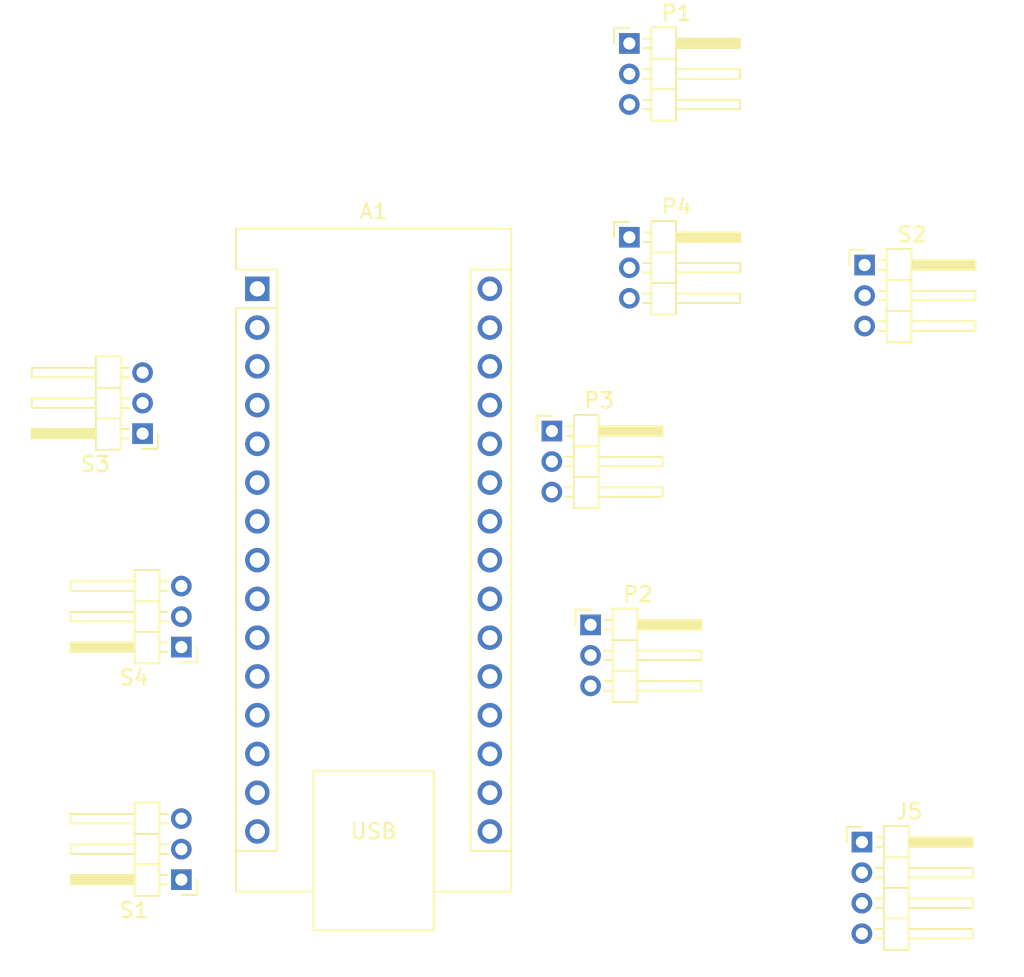
<source format=kicad_pcb>
(kicad_pcb (version 20221018) (generator pcbnew)
  (layers (0 "F.Cu" signal) (31 "B.Cu" signal) (34 "B.Paste" user) (35 "F.Paste" user) (36 "B.SilkS" user "B.Silkscreen") (37 "F.SilkS" user "F.Silkscreen") (38 "B.Mask" user) (39 "F.Mask" user) (44 "Edge.Cuts" user))
  (net 0 "")
  (net 19 "Net-(A1-A0)")
  (net 20 "Net-(A1-A1)")
  (net 21 "Net-(A1-A2)")
  (net 22 "Net-(A1-A3)")
  (net 23 "Net-(A1-A4)")
  (net 24 "Net-(A1-A5)")
  (net 25 "Net-(A1-A6)")
  (net 26 "Net-(A1-A7)")
  (net 31 "+5V")
  (net 32 "SCL")
  (net 33 "SDA")
  (net 34 "GND")
  (footprint "Connector_PinHeader_2.00mm:PinHeader_1x03_P2.00mm_Horizontal" (layer "F.Cu") (at 154.38 81.82)
    (fp_text reference "P3" (at 3.1 -2) (layer "F.SilkS"))
    (fp_text value "Conn_01x03_Pin")
    (fp_line (start -1 -1) (end 0 -1) (stroke (width 0.12)) (layer "F.SilkS"))
    (fp_line (start -1 0) (end -1 -1) (stroke (width 0.12)) (layer "F.SilkS"))
    (fp_line (start 0.882114 1.69) (end 1.44 1.69) (stroke (width 0.12)) (layer "F.SilkS"))
    (fp_line (start 0.882114 2.31) (end 1.44 2.31) (stroke (width 0.12)) (layer "F.SilkS"))
    (fp_line (start 0.882114 3.69) (end 1.44 3.69) (stroke (width 0.12)) (layer "F.SilkS"))
    (fp_line (start 0.882114 4.31) (end 1.44 4.31) (stroke (width 0.12)) (layer "F.SilkS"))
    (fp_line (start 0.935 -0.31) (end 1.44 -0.31) (stroke (width 0.12)) (layer "F.SilkS"))
    (fp_line (start 0.935 0.31) (end 1.44 0.31) (stroke (width 0.12)) (layer "F.SilkS"))
    (fp_line (start 1.44 -1.06) (end 1.44 5.06) (stroke (width 0.12)) (layer "F.SilkS"))
    (fp_line (start 1.44 1) (end 3.06 1) (stroke (width 0.12)) (layer "F.SilkS"))
    (fp_line (start 1.44 3) (end 3.06 3) (stroke (width 0.12)) (layer "F.SilkS"))
    (fp_line (start 1.44 5.06) (end 3.06 5.06) (stroke (width 0.12)) (layer "F.SilkS"))
    (fp_line (start 3.06 -1.06) (end 1.44 -1.06) (stroke (width 0.12)) (layer "F.SilkS"))
    (fp_line (start 3.06 -0.31) (end 7.26 -0.31) (stroke (width 0.12)) (layer "F.SilkS"))
    (fp_line (start 3.06 -0.25) (end 7.26 -0.25) (stroke (width 0.12)) (layer "F.SilkS"))
    (fp_line (start 3.06 -0.13) (end 7.26 -0.13) (stroke (width 0.12)) (layer "F.SilkS"))
    (fp_line (start 3.06 -0.01) (end 7.26 -0.01) (stroke (width 0.12)) (layer "F.SilkS"))
    (fp_line (start 3.06 0.11) (end 7.26 0.11) (stroke (width 0.12)) (layer "F.SilkS"))
    (fp_line (start 3.06 0.23) (end 7.26 0.23) (stroke (width 0.12)) (layer "F.SilkS"))
    (fp_line (start 3.06 1.69) (end 7.26 1.69) (stroke (width 0.12)) (layer "F.SilkS"))
    (fp_line (start 3.06 3.69) (end 7.26 3.69) (stroke (width 0.12)) (layer "F.SilkS"))
    (fp_line (start 3.06 5.06) (end 3.06 -1.06) (stroke (width 0.12)) (layer "F.SilkS"))
    (fp_line (start 7.26 -0.31) (end 7.26 0.31) (stroke (width 0.12)) (layer "F.SilkS"))
    (fp_line (start 7.26 0.31) (end 3.06 0.31) (stroke (width 0.12)) (layer "F.SilkS"))
    (fp_line (start 7.26 1.69) (end 7.26 2.31) (stroke (width 0.12)) (layer "F.SilkS"))
    (fp_line (start 7.26 2.31) (end 3.06 2.31) (stroke (width 0.12)) (layer "F.SilkS"))
    (fp_line (start 7.26 3.69) (end 7.26 4.31) (stroke (width 0.12)) (layer "F.SilkS"))
    (fp_line (start 7.26 4.31) (end 3.06 4.31) (stroke (width 0.12)) (layer "F.SilkS"))
    (pad "1" thru_hole rect (at 0 0) (size 1.35 1.35) (drill 0.8) (layers "*.Cu" "*.Mask") (net 31 "+5V"))
    (pad "2" thru_hole oval (at 0 2) (size 1.35 1.35) (drill 0.8) (layers "*.Cu" "*.Mask") (net 25 "Net-(A1-A6)"))
    (pad "3" thru_hole oval (at 0 4) (size 1.35 1.35) (drill 0.8) (layers "*.Cu" "*.Mask") (net 34 "GND"))
  )
  (footprint "Module:Arduino_Nano" (layer "F.Cu") (at 135.08 72.5)
    (fp_text reference "A1" (at 7.62 -5.08) (layer "F.SilkS"))
    (fp_text value "Arduino_Nano_v2.x")
    (fp_text user "USB" (at 7.62 35.56 unlocked) (layer "F.SilkS"))
    (fp_line (start -1.4 -3.94) (end -1.4 -1.27) (stroke (width 0.12)) (layer "F.SilkS"))
    (fp_line (start -1.4 1.27) (end -1.4 39.5) (stroke (width 0.12)) (layer "F.SilkS"))
    (fp_line (start -1.4 39.5) (end 3.68 39.5) (stroke (width 0.12)) (layer "F.SilkS"))
    (fp_line (start 1.27 -1.27) (end -1.4 -1.27) (stroke (width 0.12)) (layer "F.SilkS"))
    (fp_line (start 1.27 1.27) (end -1.4 1.27) (stroke (width 0.12)) (layer "F.SilkS"))
    (fp_line (start 1.27 1.27) (end 1.27 -1.27) (stroke (width 0.12)) (layer "F.SilkS"))
    (fp_line (start 1.27 1.27) (end 1.27 36.83) (stroke (width 0.12)) (layer "F.SilkS"))
    (fp_line (start 1.27 36.83) (end -1.4 36.83) (stroke (width 0.12)) (layer "F.SilkS"))
    (fp_line (start 3.68 31.62) (end 11.56 31.62) (stroke (width 0.12)) (layer "F.SilkS"))
    (fp_line (start 3.68 42.04) (end 3.68 31.62) (stroke (width 0.12)) (layer "F.SilkS"))
    (fp_line (start 11.56 31.62) (end 11.56 42.04) (stroke (width 0.12)) (layer "F.SilkS"))
    (fp_line (start 11.56 42.04) (end 3.68 42.04) (stroke (width 0.12)) (layer "F.SilkS"))
    (fp_line (start 13.97 -1.27) (end 13.97 36.83) (stroke (width 0.12)) (layer "F.SilkS"))
    (fp_line (start 13.97 -1.27) (end 16.64 -1.27) (stroke (width 0.12)) (layer "F.SilkS"))
    (fp_line (start 13.97 36.83) (end 16.64 36.83) (stroke (width 0.12)) (layer "F.SilkS"))
    (fp_line (start 16.64 -3.94) (end -1.4 -3.94) (stroke (width 0.12)) (layer "F.SilkS"))
    (fp_line (start 16.64 39.5) (end 11.56 39.5) (stroke (width 0.12)) (layer "F.SilkS"))
    (fp_line (start 16.64 39.5) (end 16.64 -3.94) (stroke (width 0.12)) (layer "F.SilkS"))
    (pad "1" thru_hole rect (at 0 0) (size 1.6 1.6) (drill 1) (layers "*.Cu" "*.Mask"))
    (pad "2" thru_hole oval (at 0 2.54) (size 1.6 1.6) (drill 1) (layers "*.Cu" "*.Mask"))
    (pad "3" thru_hole oval (at 0 5.08) (size 1.6 1.6) (drill 1) (layers "*.Cu" "*.Mask"))
    (pad "4" thru_hole oval (at 0 7.62) (size 1.6 1.6) (drill 1) (layers "*.Cu" "*.Mask"))
    (pad "5" thru_hole oval (at 0 10.16) (size 1.6 1.6) (drill 1) (layers "*.Cu" "*.Mask"))
    (pad "6" thru_hole oval (at 0 12.7) (size 1.6 1.6) (drill 1) (layers "*.Cu" "*.Mask"))
    (pad "7" thru_hole oval (at 0 15.24) (size 1.6 1.6) (drill 1) (layers "*.Cu" "*.Mask"))
    (pad "8" thru_hole oval (at 0 17.78) (size 1.6 1.6) (drill 1) (layers "*.Cu" "*.Mask"))
    (pad "9" thru_hole oval (at 0 20.32) (size 1.6 1.6) (drill 1) (layers "*.Cu" "*.Mask"))
    (pad "10" thru_hole oval (at 0 22.86) (size 1.6 1.6) (drill 1) (layers "*.Cu" "*.Mask"))
    (pad "11" thru_hole oval (at 0 25.4) (size 1.6 1.6) (drill 1) (layers "*.Cu" "*.Mask"))
    (pad "12" thru_hole oval (at 0 27.94) (size 1.6 1.6) (drill 1) (layers "*.Cu" "*.Mask"))
    (pad "13" thru_hole oval (at 0 30.48) (size 1.6 1.6) (drill 1) (layers "*.Cu" "*.Mask"))
    (pad "14" thru_hole oval (at 0 33.02) (size 1.6 1.6) (drill 1) (layers "*.Cu" "*.Mask"))
    (pad "15" thru_hole oval (at 0 35.56) (size 1.6 1.6) (drill 1) (layers "*.Cu" "*.Mask"))
    (pad "16" thru_hole oval (at 15.24 35.56) (size 1.6 1.6) (drill 1) (layers "*.Cu" "*.Mask"))
    (pad "17" thru_hole oval (at 15.24 33.02) (size 1.6 1.6) (drill 1) (layers "*.Cu" "*.Mask"))
    (pad "18" thru_hole oval (at 15.24 30.48) (size 1.6 1.6) (drill 1) (layers "*.Cu" "*.Mask"))
    (pad "19" thru_hole oval (at 15.24 27.94) (size 1.6 1.6) (drill 1) (layers "*.Cu" "*.Mask") (net 19 "Net-(A1-A0)"))
    (pad "20" thru_hole oval (at 15.24 25.4) (size 1.6 1.6) (drill 1) (layers "*.Cu" "*.Mask") (net 20 "Net-(A1-A1)"))
    (pad "21" thru_hole oval (at 15.24 22.86) (size 1.6 1.6) (drill 1) (layers "*.Cu" "*.Mask") (net 21 "Net-(A1-A2)"))
    (pad "22" thru_hole oval (at 15.24 20.32) (size 1.6 1.6) (drill 1) (layers "*.Cu" "*.Mask") (net 22 "Net-(A1-A3)"))
    (pad "23" thru_hole oval (at 15.24 17.78) (size 1.6 1.6) (drill 1) (layers "*.Cu" "*.Mask") (net 23 "Net-(A1-A4)"))
    (pad "24" thru_hole oval (at 15.24 15.24) (size 1.6 1.6) (drill 1) (layers "*.Cu" "*.Mask") (net 24 "Net-(A1-A5)"))
    (pad "25" thru_hole oval (at 15.24 12.7) (size 1.6 1.6) (drill 1) (layers "*.Cu" "*.Mask") (net 25 "Net-(A1-A6)"))
    (pad "26" thru_hole oval (at 15.24 10.16) (size 1.6 1.6) (drill 1) (layers "*.Cu" "*.Mask") (net 26 "Net-(A1-A7)"))
    (pad "27" thru_hole oval (at 15.24 7.62) (size 1.6 1.6) (drill 1) (layers "*.Cu" "*.Mask"))
    (pad "28" thru_hole oval (at 15.24 5.08) (size 1.6 1.6) (drill 1) (layers "*.Cu" "*.Mask"))
    (pad "29" thru_hole oval (at 15.24 2.54) (size 1.6 1.6) (drill 1) (layers "*.Cu" "*.Mask"))
    (pad "30" thru_hole oval (at 15.24 0) (size 1.6 1.6) (drill 1) (layers "*.Cu" "*.Mask"))
  )
  (footprint "Connector_PinHeader_2.00mm:PinHeader_1x03_P2.00mm_Horizontal" (layer "F.Cu") (at 127.56 81.99 180)
    (fp_text reference "S3" (at 3.1 -2) (layer "F.SilkS"))
    (fp_text value "Conn_01x03_Pin")
    (fp_line (start -1 -1) (end 0 -1) (stroke (width 0.12)) (layer "F.SilkS"))
    (fp_line (start -1 0) (end -1 -1) (stroke (width 0.12)) (layer "F.SilkS"))
    (fp_line (start 0.882114 1.69) (end 1.44 1.69) (stroke (width 0.12)) (layer "F.SilkS"))
    (fp_line (start 0.882114 2.31) (end 1.44 2.31) (stroke (width 0.12)) (layer "F.SilkS"))
    (fp_line (start 0.882114 3.69) (end 1.44 3.69) (stroke (width 0.12)) (layer "F.SilkS"))
    (fp_line (start 0.882114 4.31) (end 1.44 4.31) (stroke (width 0.12)) (layer "F.SilkS"))
    (fp_line (start 0.935 -0.31) (end 1.44 -0.31) (stroke (width 0.12)) (layer "F.SilkS"))
    (fp_line (start 0.935 0.31) (end 1.44 0.31) (stroke (width 0.12)) (layer "F.SilkS"))
    (fp_line (start 1.44 -1.06) (end 1.44 5.06) (stroke (width 0.12)) (layer "F.SilkS"))
    (fp_line (start 1.44 1) (end 3.06 1) (stroke (width 0.12)) (layer "F.SilkS"))
    (fp_line (start 1.44 3) (end 3.06 3) (stroke (width 0.12)) (layer "F.SilkS"))
    (fp_line (start 1.44 5.06) (end 3.06 5.06) (stroke (width 0.12)) (layer "F.SilkS"))
    (fp_line (start 3.06 -1.06) (end 1.44 -1.06) (stroke (width 0.12)) (layer "F.SilkS"))
    (fp_line (start 3.06 -0.31) (end 7.26 -0.31) (stroke (width 0.12)) (layer "F.SilkS"))
    (fp_line (start 3.06 -0.25) (end 7.26 -0.25) (stroke (width 0.12)) (layer "F.SilkS"))
    (fp_line (start 3.06 -0.13) (end 7.26 -0.13) (stroke (width 0.12)) (layer "F.SilkS"))
    (fp_line (start 3.06 -0.01) (end 7.26 -0.01) (stroke (width 0.12)) (layer "F.SilkS"))
    (fp_line (start 3.06 0.11) (end 7.26 0.11) (stroke (width 0.12)) (layer "F.SilkS"))
    (fp_line (start 3.06 0.23) (end 7.26 0.23) (stroke (width 0.12)) (layer "F.SilkS"))
    (fp_line (start 3.06 1.69) (end 7.26 1.69) (stroke (width 0.12)) (layer "F.SilkS"))
    (fp_line (start 3.06 3.69) (end 7.26 3.69) (stroke (width 0.12)) (layer "F.SilkS"))
    (fp_line (start 3.06 5.06) (end 3.06 -1.06) (stroke (width 0.12)) (layer "F.SilkS"))
    (fp_line (start 7.26 -0.31) (end 7.26 0.31) (stroke (width 0.12)) (layer "F.SilkS"))
    (fp_line (start 7.26 0.31) (end 3.06 0.31) (stroke (width 0.12)) (layer "F.SilkS"))
    (fp_line (start 7.26 1.69) (end 7.26 2.31) (stroke (width 0.12)) (layer "F.SilkS"))
    (fp_line (start 7.26 2.31) (end 3.06 2.31) (stroke (width 0.12)) (layer "F.SilkS"))
    (fp_line (start 7.26 3.69) (end 7.26 4.31) (stroke (width 0.12)) (layer "F.SilkS"))
    (fp_line (start 7.26 4.31) (end 3.06 4.31) (stroke (width 0.12)) (layer "F.SilkS"))
    (pad "1" thru_hole rect (at 0 0 180) (size 1.35 1.35) (drill 0.8) (layers "*.Cu" "*.Mask") (net 31 "+5V"))
    (pad "2" thru_hole oval (at 0 2 180) (size 1.35 1.35) (drill 0.8) (layers "*.Cu" "*.Mask") (net 21 "Net-(A1-A2)"))
    (pad "3" thru_hole oval (at 0 4 180) (size 1.35 1.35) (drill 0.8) (layers "*.Cu" "*.Mask") (net 34 "GND"))
  )
  (footprint "Connector_PinHeader_2.00mm:PinHeader_1x04_P2.00mm_Horizontal" (layer "F.Cu") (at 174.7 108.76)
    (fp_text reference "J5" (at 3.1 -2) (layer "F.SilkS"))
    (fp_text value "Conn_01x04_Socket")
    (fp_line (start -1 -1) (end 0 -1) (stroke (width 0.12)) (layer "F.SilkS"))
    (fp_line (start -1 0) (end -1 -1) (stroke (width 0.12)) (layer "F.SilkS"))
    (fp_line (start 0.882114 1.69) (end 1.44 1.69) (stroke (width 0.12)) (layer "F.SilkS"))
    (fp_line (start 0.882114 2.31) (end 1.44 2.31) (stroke (width 0.12)) (layer "F.SilkS"))
    (fp_line (start 0.882114 3.69) (end 1.44 3.69) (stroke (width 0.12)) (layer "F.SilkS"))
    (fp_line (start 0.882114 4.31) (end 1.44 4.31) (stroke (width 0.12)) (layer "F.SilkS"))
    (fp_line (start 0.882114 5.69) (end 1.44 5.69) (stroke (width 0.12)) (layer "F.SilkS"))
    (fp_line (start 0.882114 6.31) (end 1.44 6.31) (stroke (width 0.12)) (layer "F.SilkS"))
    (fp_line (start 0.935 -0.31) (end 1.44 -0.31) (stroke (width 0.12)) (layer "F.SilkS"))
    (fp_line (start 0.935 0.31) (end 1.44 0.31) (stroke (width 0.12)) (layer "F.SilkS"))
    (fp_line (start 1.44 -1.06) (end 1.44 7.06) (stroke (width 0.12)) (layer "F.SilkS"))
    (fp_line (start 1.44 1) (end 3.06 1) (stroke (width 0.12)) (layer "F.SilkS"))
    (fp_line (start 1.44 3) (end 3.06 3) (stroke (width 0.12)) (layer "F.SilkS"))
    (fp_line (start 1.44 5) (end 3.06 5) (stroke (width 0.12)) (layer "F.SilkS"))
    (fp_line (start 1.44 7.06) (end 3.06 7.06) (stroke (width 0.12)) (layer "F.SilkS"))
    (fp_line (start 3.06 -1.06) (end 1.44 -1.06) (stroke (width 0.12)) (layer "F.SilkS"))
    (fp_line (start 3.06 -0.31) (end 7.26 -0.31) (stroke (width 0.12)) (layer "F.SilkS"))
    (fp_line (start 3.06 -0.25) (end 7.26 -0.25) (stroke (width 0.12)) (layer "F.SilkS"))
    (fp_line (start 3.06 -0.13) (end 7.26 -0.13) (stroke (width 0.12)) (layer "F.SilkS"))
    (fp_line (start 3.06 -0.01) (end 7.26 -0.01) (stroke (width 0.12)) (layer "F.SilkS"))
    (fp_line (start 3.06 0.11) (end 7.26 0.11) (stroke (width 0.12)) (layer "F.SilkS"))
    (fp_line (start 3.06 0.23) (end 7.26 0.23) (stroke (width 0.12)) (layer "F.SilkS"))
    (fp_line (start 3.06 1.69) (end 7.26 1.69) (stroke (width 0.12)) (layer "F.SilkS"))
    (fp_line (start 3.06 3.69) (end 7.26 3.69) (stroke (width 0.12)) (layer "F.SilkS"))
    (fp_line (start 3.06 5.69) (end 7.26 5.69) (stroke (width 0.12)) (layer "F.SilkS"))
    (fp_line (start 3.06 7.06) (end 3.06 -1.06) (stroke (width 0.12)) (layer "F.SilkS"))
    (fp_line (start 7.26 -0.31) (end 7.26 0.31) (stroke (width 0.12)) (layer "F.SilkS"))
    (fp_line (start 7.26 0.31) (end 3.06 0.31) (stroke (width 0.12)) (layer "F.SilkS"))
    (fp_line (start 7.26 1.69) (end 7.26 2.31) (stroke (width 0.12)) (layer "F.SilkS"))
    (fp_line (start 7.26 2.31) (end 3.06 2.31) (stroke (width 0.12)) (layer "F.SilkS"))
    (fp_line (start 7.26 3.69) (end 7.26 4.31) (stroke (width 0.12)) (layer "F.SilkS"))
    (fp_line (start 7.26 4.31) (end 3.06 4.31) (stroke (width 0.12)) (layer "F.SilkS"))
    (fp_line (start 7.26 5.69) (end 7.26 6.31) (stroke (width 0.12)) (layer "F.SilkS"))
    (fp_line (start 7.26 6.31) (end 3.06 6.31) (stroke (width 0.12)) (layer "F.SilkS"))
    (pad "1" thru_hole rect (at 0 0) (size 1.35 1.35) (drill 0.8) (layers "*.Cu" "*.Mask") (net 31 "+5V"))
    (pad "2" thru_hole oval (at 0 2) (size 1.35 1.35) (drill 0.8) (layers "*.Cu" "*.Mask") (net 32 "SCL"))
    (pad "3" thru_hole oval (at 0 4) (size 1.35 1.35) (drill 0.8) (layers "*.Cu" "*.Mask") (net 33 "SDA"))
    (pad "4" thru_hole oval (at 0 6) (size 1.35 1.35) (drill 0.8) (layers "*.Cu" "*.Mask") (net 34 "GND"))
  )
  (footprint "Connector_PinHeader_2.00mm:PinHeader_1x03_P2.00mm_Horizontal" (layer "F.Cu") (at 130.1 111.22 180)
    (fp_text reference "S1" (at 3.1 -2) (layer "F.SilkS"))
    (fp_text value "Conn_01x03_Pin")
    (fp_line (start -1 -1) (end 0 -1) (stroke (width 0.12)) (layer "F.SilkS"))
    (fp_line (start -1 0) (end -1 -1) (stroke (width 0.12)) (layer "F.SilkS"))
    (fp_line (start 0.882114 1.69) (end 1.44 1.69) (stroke (width 0.12)) (layer "F.SilkS"))
    (fp_line (start 0.882114 2.31) (end 1.44 2.31) (stroke (width 0.12)) (layer "F.SilkS"))
    (fp_line (start 0.882114 3.69) (end 1.44 3.69) (stroke (width 0.12)) (layer "F.SilkS"))
    (fp_line (start 0.882114 4.31) (end 1.44 4.31) (stroke (width 0.12)) (layer "F.SilkS"))
    (fp_line (start 0.935 -0.31) (end 1.44 -0.31) (stroke (width 0.12)) (layer "F.SilkS"))
    (fp_line (start 0.935 0.31) (end 1.44 0.31) (stroke (width 0.12)) (layer "F.SilkS"))
    (fp_line (start 1.44 -1.06) (end 1.44 5.06) (stroke (width 0.12)) (layer "F.SilkS"))
    (fp_line (start 1.44 1) (end 3.06 1) (stroke (width 0.12)) (layer "F.SilkS"))
    (fp_line (start 1.44 3) (end 3.06 3) (stroke (width 0.12)) (layer "F.SilkS"))
    (fp_line (start 1.44 5.06) (end 3.06 5.06) (stroke (width 0.12)) (layer "F.SilkS"))
    (fp_line (start 3.06 -1.06) (end 1.44 -1.06) (stroke (width 0.12)) (layer "F.SilkS"))
    (fp_line (start 3.06 -0.31) (end 7.26 -0.31) (stroke (width 0.12)) (layer "F.SilkS"))
    (fp_line (start 3.06 -0.25) (end 7.26 -0.25) (stroke (width 0.12)) (layer "F.SilkS"))
    (fp_line (start 3.06 -0.13) (end 7.26 -0.13) (stroke (width 0.12)) (layer "F.SilkS"))
    (fp_line (start 3.06 -0.01) (end 7.26 -0.01) (stroke (width 0.12)) (layer "F.SilkS"))
    (fp_line (start 3.06 0.11) (end 7.26 0.11) (stroke (width 0.12)) (layer "F.SilkS"))
    (fp_line (start 3.06 0.23) (end 7.26 0.23) (stroke (width 0.12)) (layer "F.SilkS"))
    (fp_line (start 3.06 1.69) (end 7.26 1.69) (stroke (width 0.12)) (layer "F.SilkS"))
    (fp_line (start 3.06 3.69) (end 7.26 3.69) (stroke (width 0.12)) (layer "F.SilkS"))
    (fp_line (start 3.06 5.06) (end 3.06 -1.06) (stroke (width 0.12)) (layer "F.SilkS"))
    (fp_line (start 7.26 -0.31) (end 7.26 0.31) (stroke (width 0.12)) (layer "F.SilkS"))
    (fp_line (start 7.26 0.31) (end 3.06 0.31) (stroke (width 0.12)) (layer "F.SilkS"))
    (fp_line (start 7.26 1.69) (end 7.26 2.31) (stroke (width 0.12)) (layer "F.SilkS"))
    (fp_line (start 7.26 2.31) (end 3.06 2.31) (stroke (width 0.12)) (layer "F.SilkS"))
    (fp_line (start 7.26 3.69) (end 7.26 4.31) (stroke (width 0.12)) (layer "F.SilkS"))
    (fp_line (start 7.26 4.31) (end 3.06 4.31) (stroke (width 0.12)) (layer "F.SilkS"))
    (pad "1" thru_hole rect (at 0 0 180) (size 1.35 1.35) (drill 0.8) (layers "*.Cu" "*.Mask") (net 31 "+5V"))
    (pad "2" thru_hole oval (at 0 2 180) (size 1.35 1.35) (drill 0.8) (layers "*.Cu" "*.Mask") (net 19 "Net-(A1-A0)"))
    (pad "3" thru_hole oval (at 0 4 180) (size 1.35 1.35) (drill 0.8) (layers "*.Cu" "*.Mask") (net 34 "GND"))
  )
  (footprint "Connector_PinHeader_2.00mm:PinHeader_1x03_P2.00mm_Horizontal" (layer "F.Cu") (at 159.46 69.12)
    (fp_text reference "P4" (at 3.1 -2) (layer "F.SilkS"))
    (fp_text value "Conn_01x03_Pin")
    (fp_line (start -1 -1) (end 0 -1) (stroke (width 0.12)) (layer "F.SilkS"))
    (fp_line (start -1 0) (end -1 -1) (stroke (width 0.12)) (layer "F.SilkS"))
    (fp_line (start 0.882114 1.69) (end 1.44 1.69) (stroke (width 0.12)) (layer "F.SilkS"))
    (fp_line (start 0.882114 2.31) (end 1.44 2.31) (stroke (width 0.12)) (layer "F.SilkS"))
    (fp_line (start 0.882114 3.69) (end 1.44 3.69) (stroke (width 0.12)) (layer "F.SilkS"))
    (fp_line (start 0.882114 4.31) (end 1.44 4.31) (stroke (width 0.12)) (layer "F.SilkS"))
    (fp_line (start 0.935 -0.31) (end 1.44 -0.31) (stroke (width 0.12)) (layer "F.SilkS"))
    (fp_line (start 0.935 0.31) (end 1.44 0.31) (stroke (width 0.12)) (layer "F.SilkS"))
    (fp_line (start 1.44 -1.06) (end 1.44 5.06) (stroke (width 0.12)) (layer "F.SilkS"))
    (fp_line (start 1.44 1) (end 3.06 1) (stroke (width 0.12)) (layer "F.SilkS"))
    (fp_line (start 1.44 3) (end 3.06 3) (stroke (width 0.12)) (layer "F.SilkS"))
    (fp_line (start 1.44 5.06) (end 3.06 5.06) (stroke (width 0.12)) (layer "F.SilkS"))
    (fp_line (start 3.06 -1.06) (end 1.44 -1.06) (stroke (width 0.12)) (layer "F.SilkS"))
    (fp_line (start 3.06 -0.31) (end 7.26 -0.31) (stroke (width 0.12)) (layer "F.SilkS"))
    (fp_line (start 3.06 -0.25) (end 7.26 -0.25) (stroke (width 0.12)) (layer "F.SilkS"))
    (fp_line (start 3.06 -0.13) (end 7.26 -0.13) (stroke (width 0.12)) (layer "F.SilkS"))
    (fp_line (start 3.06 -0.01) (end 7.26 -0.01) (stroke (width 0.12)) (layer "F.SilkS"))
    (fp_line (start 3.06 0.11) (end 7.26 0.11) (stroke (width 0.12)) (layer "F.SilkS"))
    (fp_line (start 3.06 0.23) (end 7.26 0.23) (stroke (width 0.12)) (layer "F.SilkS"))
    (fp_line (start 3.06 1.69) (end 7.26 1.69) (stroke (width 0.12)) (layer "F.SilkS"))
    (fp_line (start 3.06 3.69) (end 7.26 3.69) (stroke (width 0.12)) (layer "F.SilkS"))
    (fp_line (start 3.06 5.06) (end 3.06 -1.06) (stroke (width 0.12)) (layer "F.SilkS"))
    (fp_line (start 7.26 -0.31) (end 7.26 0.31) (stroke (width 0.12)) (layer "F.SilkS"))
    (fp_line (start 7.26 0.31) (end 3.06 0.31) (stroke (width 0.12)) (layer "F.SilkS"))
    (fp_line (start 7.26 1.69) (end 7.26 2.31) (stroke (width 0.12)) (layer "F.SilkS"))
    (fp_line (start 7.26 2.31) (end 3.06 2.31) (stroke (width 0.12)) (layer "F.SilkS"))
    (fp_line (start 7.26 3.69) (end 7.26 4.31) (stroke (width 0.12)) (layer "F.SilkS"))
    (fp_line (start 7.26 4.31) (end 3.06 4.31) (stroke (width 0.12)) (layer "F.SilkS"))
    (pad "1" thru_hole rect (at 0 0) (size 1.35 1.35) (drill 0.8) (layers "*.Cu" "*.Mask") (net 31 "+5V"))
    (pad "2" thru_hole oval (at 0 2) (size 1.35 1.35) (drill 0.8) (layers "*.Cu" "*.Mask") (net 26 "Net-(A1-A7)"))
    (pad "3" thru_hole oval (at 0 4) (size 1.35 1.35) (drill 0.8) (layers "*.Cu" "*.Mask") (net 34 "GND"))
  )
  (footprint "Connector_PinHeader_2.00mm:PinHeader_1x03_P2.00mm_Horizontal" (layer "F.Cu") (at 174.88 70.94)
    (fp_text reference "S2" (at 3.1 -2) (layer "F.SilkS"))
    (fp_text value "Conn_01x03_Pin")
    (fp_line (start -1 -1) (end 0 -1) (stroke (width 0.12)) (layer "F.SilkS"))
    (fp_line (start -1 0) (end -1 -1) (stroke (width 0.12)) (layer "F.SilkS"))
    (fp_line (start 0.882114 1.69) (end 1.44 1.69) (stroke (width 0.12)) (layer "F.SilkS"))
    (fp_line (start 0.882114 2.31) (end 1.44 2.31) (stroke (width 0.12)) (layer "F.SilkS"))
    (fp_line (start 0.882114 3.69) (end 1.44 3.69) (stroke (width 0.12)) (layer "F.SilkS"))
    (fp_line (start 0.882114 4.31) (end 1.44 4.31) (stroke (width 0.12)) (layer "F.SilkS"))
    (fp_line (start 0.935 -0.31) (end 1.44 -0.31) (stroke (width 0.12)) (layer "F.SilkS"))
    (fp_line (start 0.935 0.31) (end 1.44 0.31) (stroke (width 0.12)) (layer "F.SilkS"))
    (fp_line (start 1.44 -1.06) (end 1.44 5.06) (stroke (width 0.12)) (layer "F.SilkS"))
    (fp_line (start 1.44 1) (end 3.06 1) (stroke (width 0.12)) (layer "F.SilkS"))
    (fp_line (start 1.44 3) (end 3.06 3) (stroke (width 0.12)) (layer "F.SilkS"))
    (fp_line (start 1.44 5.06) (end 3.06 5.06) (stroke (width 0.12)) (layer "F.SilkS"))
    (fp_line (start 3.06 -1.06) (end 1.44 -1.06) (stroke (width 0.12)) (layer "F.SilkS"))
    (fp_line (start 3.06 -0.31) (end 7.26 -0.31) (stroke (width 0.12)) (layer "F.SilkS"))
    (fp_line (start 3.06 -0.25) (end 7.26 -0.25) (stroke (width 0.12)) (layer "F.SilkS"))
    (fp_line (start 3.06 -0.13) (end 7.26 -0.13) (stroke (width 0.12)) (layer "F.SilkS"))
    (fp_line (start 3.06 -0.01) (end 7.26 -0.01) (stroke (width 0.12)) (layer "F.SilkS"))
    (fp_line (start 3.06 0.11) (end 7.26 0.11) (stroke (width 0.12)) (layer "F.SilkS"))
    (fp_line (start 3.06 0.23) (end 7.26 0.23) (stroke (width 0.12)) (layer "F.SilkS"))
    (fp_line (start 3.06 1.69) (end 7.26 1.69) (stroke (width 0.12)) (layer "F.SilkS"))
    (fp_line (start 3.06 3.69) (end 7.26 3.69) (stroke (width 0.12)) (layer "F.SilkS"))
    (fp_line (start 3.06 5.06) (end 3.06 -1.06) (stroke (width 0.12)) (layer "F.SilkS"))
    (fp_line (start 7.26 -0.31) (end 7.26 0.31) (stroke (width 0.12)) (layer "F.SilkS"))
    (fp_line (start 7.26 0.31) (end 3.06 0.31) (stroke (width 0.12)) (layer "F.SilkS"))
    (fp_line (start 7.26 1.69) (end 7.26 2.31) (stroke (width 0.12)) (layer "F.SilkS"))
    (fp_line (start 7.26 2.31) (end 3.06 2.31) (stroke (width 0.12)) (layer "F.SilkS"))
    (fp_line (start 7.26 3.69) (end 7.26 4.31) (stroke (width 0.12)) (layer "F.SilkS"))
    (fp_line (start 7.26 4.31) (end 3.06 4.31) (stroke (width 0.12)) (layer "F.SilkS"))
    (pad "1" thru_hole rect (at 0 0) (size 1.35 1.35) (drill 0.8) (layers "*.Cu" "*.Mask") (net 31 "+5V"))
    (pad "2" thru_hole oval (at 0 2) (size 1.35 1.35) (drill 0.8) (layers "*.Cu" "*.Mask") (net 20 "Net-(A1-A1)"))
    (pad "3" thru_hole oval (at 0 4) (size 1.35 1.35) (drill 0.8) (layers "*.Cu" "*.Mask") (net 34 "GND"))
  )
  (footprint "Connector_PinHeader_2.00mm:PinHeader_1x03_P2.00mm_Horizontal" (layer "F.Cu") (at 130.1 95.98 180)
    (fp_text reference "S4" (at 3.1 -2) (layer "F.SilkS"))
    (fp_text value "Conn_01x03_Pin")
    (fp_line (start -1 -1) (end 0 -1) (stroke (width 0.12)) (layer "F.SilkS"))
    (fp_line (start -1 0) (end -1 -1) (stroke (width 0.12)) (layer "F.SilkS"))
    (fp_line (start 0.882114 1.69) (end 1.44 1.69) (stroke (width 0.12)) (layer "F.SilkS"))
    (fp_line (start 0.882114 2.31) (end 1.44 2.31) (stroke (width 0.12)) (layer "F.SilkS"))
    (fp_line (start 0.882114 3.69) (end 1.44 3.69) (stroke (width 0.12)) (layer "F.SilkS"))
    (fp_line (start 0.882114 4.31) (end 1.44 4.31) (stroke (width 0.12)) (layer "F.SilkS"))
    (fp_line (start 0.935 -0.31) (end 1.44 -0.31) (stroke (width 0.12)) (layer "F.SilkS"))
    (fp_line (start 0.935 0.31) (end 1.44 0.31) (stroke (width 0.12)) (layer "F.SilkS"))
    (fp_line (start 1.44 -1.06) (end 1.44 5.06) (stroke (width 0.12)) (layer "F.SilkS"))
    (fp_line (start 1.44 1) (end 3.06 1) (stroke (width 0.12)) (layer "F.SilkS"))
    (fp_line (start 1.44 3) (end 3.06 3) (stroke (width 0.12)) (layer "F.SilkS"))
    (fp_line (start 1.44 5.06) (end 3.06 5.06) (stroke (width 0.12)) (layer "F.SilkS"))
    (fp_line (start 3.06 -1.06) (end 1.44 -1.06) (stroke (width 0.12)) (layer "F.SilkS"))
    (fp_line (start 3.06 -0.31) (end 7.26 -0.31) (stroke (width 0.12)) (layer "F.SilkS"))
    (fp_line (start 3.06 -0.25) (end 7.26 -0.25) (stroke (width 0.12)) (layer "F.SilkS"))
    (fp_line (start 3.06 -0.13) (end 7.26 -0.13) (stroke (width 0.12)) (layer "F.SilkS"))
    (fp_line (start 3.06 -0.01) (end 7.26 -0.01) (stroke (width 0.12)) (layer "F.SilkS"))
    (fp_line (start 3.06 0.11) (end 7.26 0.11) (stroke (width 0.12)) (layer "F.SilkS"))
    (fp_line (start 3.06 0.23) (end 7.26 0.23) (stroke (width 0.12)) (layer "F.SilkS"))
    (fp_line (start 3.06 1.69) (end 7.26 1.69) (stroke (width 0.12)) (layer "F.SilkS"))
    (fp_line (start 3.06 3.69) (end 7.26 3.69) (stroke (width 0.12)) (layer "F.SilkS"))
    (fp_line (start 3.06 5.06) (end 3.06 -1.06) (stroke (width 0.12)) (layer "F.SilkS"))
    (fp_line (start 7.26 -0.31) (end 7.26 0.31) (stroke (width 0.12)) (layer "F.SilkS"))
    (fp_line (start 7.26 0.31) (end 3.06 0.31) (stroke (width 0.12)) (layer "F.SilkS"))
    (fp_line (start 7.26 1.69) (end 7.26 2.31) (stroke (width 0.12)) (layer "F.SilkS"))
    (fp_line (start 7.26 2.31) (end 3.06 2.31) (stroke (width 0.12)) (layer "F.SilkS"))
    (fp_line (start 7.26 3.69) (end 7.26 4.31) (stroke (width 0.12)) (layer "F.SilkS"))
    (fp_line (start 7.26 4.31) (end 3.06 4.31) (stroke (width 0.12)) (layer "F.SilkS"))
    (pad "1" thru_hole rect (at 0 0 180) (size 1.35 1.35) (drill 0.8) (layers "*.Cu" "*.Mask") (net 31 "+5V"))
    (pad "2" thru_hole oval (at 0 2 180) (size 1.35 1.35) (drill 0.8) (layers "*.Cu" "*.Mask") (net 22 "Net-(A1-A3)"))
    (pad "3" thru_hole oval (at 0 4 180) (size 1.35 1.35) (drill 0.8) (layers "*.Cu" "*.Mask") (net 34 "GND"))
  )
  (footprint "Connector_PinHeader_2.00mm:PinHeader_1x03_P2.00mm_Horizontal" (layer "F.Cu") (at 156.92 94.52)
    (fp_text reference "P2" (at 3.1 -2) (layer "F.SilkS"))
    (fp_text value "Conn_01x03_Pin")
    (fp_line (start -1 -1) (end 0 -1) (stroke (width 0.12)) (layer "F.SilkS"))
    (fp_line (start -1 0) (end -1 -1) (stroke (width 0.12)) (layer "F.SilkS"))
    (fp_line (start 0.882114 1.69) (end 1.44 1.69) (stroke (width 0.12)) (layer "F.SilkS"))
    (fp_line (start 0.882114 2.31) (end 1.44 2.31) (stroke (width 0.12)) (layer "F.SilkS"))
    (fp_line (start 0.882114 3.69) (end 1.44 3.69) (stroke (width 0.12)) (layer "F.SilkS"))
    (fp_line (start 0.882114 4.31) (end 1.44 4.31) (stroke (width 0.12)) (layer "F.SilkS"))
    (fp_line (start 0.935 -0.31) (end 1.44 -0.31) (stroke (width 0.12)) (layer "F.SilkS"))
    (fp_line (start 0.935 0.31) (end 1.44 0.31) (stroke (width 0.12)) (layer "F.SilkS"))
    (fp_line (start 1.44 -1.06) (end 1.44 5.06) (stroke (width 0.12)) (layer "F.SilkS"))
    (fp_line (start 1.44 1) (end 3.06 1) (stroke (width 0.12)) (layer "F.SilkS"))
    (fp_line (start 1.44 3) (end 3.06 3) (stroke (width 0.12)) (layer "F.SilkS"))
    (fp_line (start 1.44 5.06) (end 3.06 5.06) (stroke (width 0.12)) (layer "F.SilkS"))
    (fp_line (start 3.06 -1.06) (end 1.44 -1.06) (stroke (width 0.12)) (layer "F.SilkS"))
    (fp_line (start 3.06 -0.31) (end 7.26 -0.31) (stroke (width 0.12)) (layer "F.SilkS"))
    (fp_line (start 3.06 -0.25) (end 7.26 -0.25) (stroke (width 0.12)) (layer "F.SilkS"))
    (fp_line (start 3.06 -0.13) (end 7.26 -0.13) (stroke (width 0.12)) (layer "F.SilkS"))
    (fp_line (start 3.06 -0.01) (end 7.26 -0.01) (stroke (width 0.12)) (layer "F.SilkS"))
    (fp_line (start 3.06 0.11) (end 7.26 0.11) (stroke (width 0.12)) (layer "F.SilkS"))
    (fp_line (start 3.06 0.23) (end 7.26 0.23) (stroke (width 0.12)) (layer "F.SilkS"))
    (fp_line (start 3.06 1.69) (end 7.26 1.69) (stroke (width 0.12)) (layer "F.SilkS"))
    (fp_line (start 3.06 3.69) (end 7.26 3.69) (stroke (width 0.12)) (layer "F.SilkS"))
    (fp_line (start 3.06 5.06) (end 3.06 -1.06) (stroke (width 0.12)) (layer "F.SilkS"))
    (fp_line (start 7.26 -0.31) (end 7.26 0.31) (stroke (width 0.12)) (layer "F.SilkS"))
    (fp_line (start 7.26 0.31) (end 3.06 0.31) (stroke (width 0.12)) (layer "F.SilkS"))
    (fp_line (start 7.26 1.69) (end 7.26 2.31) (stroke (width 0.12)) (layer "F.SilkS"))
    (fp_line (start 7.26 2.31) (end 3.06 2.31) (stroke (width 0.12)) (layer "F.SilkS"))
    (fp_line (start 7.26 3.69) (end 7.26 4.31) (stroke (width 0.12)) (layer "F.SilkS"))
    (fp_line (start 7.26 4.31) (end 3.06 4.31) (stroke (width 0.12)) (layer "F.SilkS"))
    (pad "1" thru_hole rect (at 0 0) (size 1.35 1.35) (drill 0.8) (layers "*.Cu" "*.Mask") (net 31 "+5V"))
    (pad "2" thru_hole oval (at 0 2) (size 1.35 1.35) (drill 0.8) (layers "*.Cu" "*.Mask") (net 24 "Net-(A1-A5)"))
    (pad "3" thru_hole oval (at 0 4) (size 1.35 1.35) (drill 0.8) (layers "*.Cu" "*.Mask") (net 34 "GND"))
  )
  (footprint "Connector_PinHeader_2.00mm:PinHeader_1x03_P2.00mm_Horizontal" (layer "F.Cu") (at 159.46 56.42)
    (fp_text reference "P1" (at 3.1 -2) (layer "F.SilkS"))
    (fp_text value "Conn_01x03_Pin")
    (fp_line (start -1 -1) (end 0 -1) (stroke (width 0.12)) (layer "F.SilkS"))
    (fp_line (start -1 0) (end -1 -1) (stroke (width 0.12)) (layer "F.SilkS"))
    (fp_line (start 0.882114 1.69) (end 1.44 1.69) (stroke (width 0.12)) (layer "F.SilkS"))
    (fp_line (start 0.882114 2.31) (end 1.44 2.31) (stroke (width 0.12)) (layer "F.SilkS"))
    (fp_line (start 0.882114 3.69) (end 1.44 3.69) (stroke (width 0.12)) (layer "F.SilkS"))
    (fp_line (start 0.882114 4.31) (end 1.44 4.31) (stroke (width 0.12)) (layer "F.SilkS"))
    (fp_line (start 0.935 -0.31) (end 1.44 -0.31) (stroke (width 0.12)) (layer "F.SilkS"))
    (fp_line (start 0.935 0.31) (end 1.44 0.31) (stroke (width 0.12)) (layer "F.SilkS"))
    (fp_line (start 1.44 -1.06) (end 1.44 5.06) (stroke (width 0.12)) (layer "F.SilkS"))
    (fp_line (start 1.44 1) (end 3.06 1) (stroke (width 0.12)) (layer "F.SilkS"))
    (fp_line (start 1.44 3) (end 3.06 3) (stroke (width 0.12)) (layer "F.SilkS"))
    (fp_line (start 1.44 5.06) (end 3.06 5.06) (stroke (width 0.12)) (layer "F.SilkS"))
    (fp_line (start 3.06 -1.06) (end 1.44 -1.06) (stroke (width 0.12)) (layer "F.SilkS"))
    (fp_line (start 3.06 -0.31) (end 7.26 -0.31) (stroke (width 0.12)) (layer "F.SilkS"))
    (fp_line (start 3.06 -0.25) (end 7.26 -0.25) (stroke (width 0.12)) (layer "F.SilkS"))
    (fp_line (start 3.06 -0.13) (end 7.26 -0.13) (stroke (width 0.12)) (layer "F.SilkS"))
    (fp_line (start 3.06 -0.01) (end 7.26 -0.01) (stroke (width 0.12)) (layer "F.SilkS"))
    (fp_line (start 3.06 0.11) (end 7.26 0.11) (stroke (width 0.12)) (layer "F.SilkS"))
    (fp_line (start 3.06 0.23) (end 7.26 0.23) (stroke (width 0.12)) (layer "F.SilkS"))
    (fp_line (start 3.06 1.69) (end 7.26 1.69) (stroke (width 0.12)) (layer "F.SilkS"))
    (fp_line (start 3.06 3.69) (end 7.26 3.69) (stroke (width 0.12)) (layer "F.SilkS"))
    (fp_line (start 3.06 5.06) (end 3.06 -1.06) (stroke (width 0.12)) (layer "F.SilkS"))
    (fp_line (start 7.26 -0.31) (end 7.26 0.31) (stroke (width 0.12)) (layer "F.SilkS"))
    (fp_line (start 7.26 0.31) (end 3.06 0.31) (stroke (width 0.12)) (layer "F.SilkS"))
    (fp_line (start 7.26 1.69) (end 7.26 2.31) (stroke (width 0.12)) (layer "F.SilkS"))
    (fp_line (start 7.26 2.31) (end 3.06 2.31) (stroke (width 0.12)) (layer "F.SilkS"))
    (fp_line (start 7.26 3.69) (end 7.26 4.31) (stroke (width 0.12)) (layer "F.SilkS"))
    (fp_line (start 7.26 4.31) (end 3.06 4.31) (stroke (width 0.12)) (layer "F.SilkS"))
    (pad "1" thru_hole rect (at 0 0) (size 1.35 1.35) (drill 0.8) (layers "*.Cu" "*.Mask") (net 31 "+5V"))
    (pad "2" thru_hole oval (at 0 2) (size 1.35 1.35) (drill 0.8) (layers "*.Cu" "*.Mask") (net 23 "Net-(A1-A4)"))
    (pad "3" thru_hole oval (at 0 4) (size 1.35 1.35) (drill 0.8) (layers "*.Cu" "*.Mask") (net 34 "GND"))
  )
)
</source>
